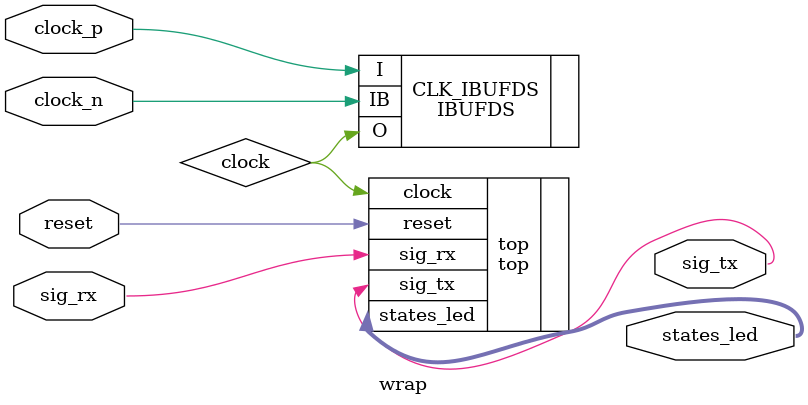
<source format=sv>
module wrap(

    input bit clock_p, clock_n,
    input bit reset,    
    input bit sig_rx,                   // serial input wire
    output bit sig_tx,                  // serial output wire
    output logic [1:0]states_led        // state indicator led

);

IBUFDS CLK_IBUFDS (.I(clock_p), .IB(clock_n), .O(clock));
top top (.clock(clock), .reset(reset),.sig_rx(sig_rx), .sig_tx(sig_tx), .states_led(states_led));

endmodule
</source>
